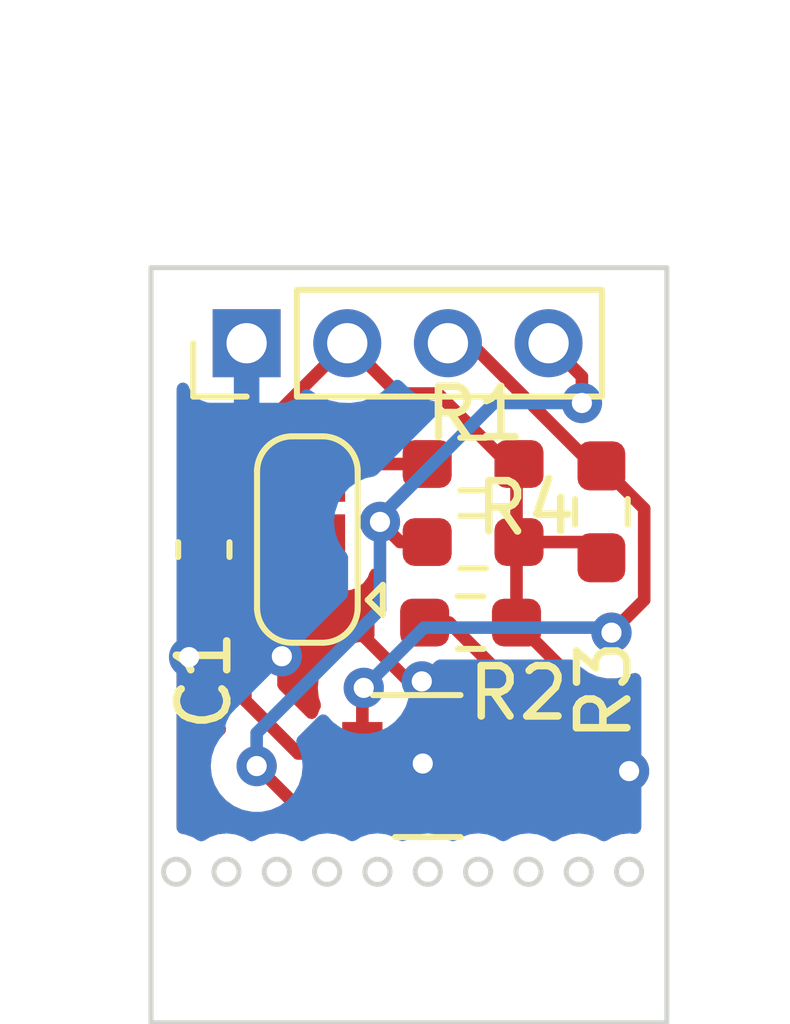
<source format=kicad_pcb>
(kicad_pcb (version 20211014) (generator pcbnew)
  (layers (0 "F.Cu" signal) (31 "B.Cu" signal) (34 "B.Paste" user) (35 "F.Paste" user) (36 "B.SilkS" user "B.Silkscreen") (37 "F.SilkS" user "F.Silkscreen") (38 "B.Mask" user) (39 "F.Mask" user) (44 "Edge.Cuts" user))
  (net 0 "")
  (net 1 "/VDD")
  (net 2 "GND")
  (net 3 "/SCL")
  (net 4 "Net-(JP1-Pad3)")
  (net 5 "Net-(JP1-Pad2)")
  (net 6 "Net-(R2-Pad2)")
  (net 7 "/SDA")
  (footprint "Resistor_SMD:R_0603_1608Metric_Pad0.98x0.95mm_HandSolder" (layer "F.Cu") (at 117.4 82.45 180)
    (fp_text reference "R4" (at -1.05 0.675) (layer "F.SilkS"))
    (fp_text value "10kR")
    (fp_line (start -0.254724 -0.5225) (end 0.254724 -0.5225) (layer "F.SilkS") (width 0.12))
    (fp_line (start -0.254724 0.5225) (end 0.254724 0.5225) (layer "F.SilkS") (width 0.12))
    (pad "1" smd roundrect locked (at -0.9125 0 180) (size 0.975 0.95) (layers "F.Cu" "F.Paste" "F.Mask") (net 1 "/VDD"))
    (pad "2" smd roundrect locked (at 0.9125 0 180) (size 0.975 0.95) (layers "F.Cu" "F.Paste" "F.Mask") (net 3 "/SCL"))
  )
  (footprint "Capacitor_SMD:C_0603_1608Metric_Pad1.08x0.95mm_HandSolder" (layer "F.Cu") (at 112.05 82.6 -90)
    (fp_text reference "C1" (at 2.6 0 90) (layer "F.SilkS"))
    (fp_text value "C")
    (fp_line (start -0.146267 0.51) (end 0.146267 0.51) (layer "F.SilkS") (width 0.12))
    (fp_line (start -0.146267 -0.51) (end 0.146267 -0.51) (layer "F.SilkS") (width 0.12))
    (pad "1" smd roundrect locked (at -0.8625 0 270) (size 1.075 0.95) (layers "F.Cu" "F.Paste" "F.Mask") (net 1 "/VDD"))
    (pad "2" smd roundrect locked (at 0.8625 0 270) (size 1.075 0.95) (layers "F.Cu" "F.Paste" "F.Mask") (net 2 "GND"))
  )
  (footprint "Connector_PinHeader_2.00mm:PinHeader_1x04_P2.00mm_Vertical" (layer "F.Cu") (at 112.9 78.5 90)
    (fp_text reference "J1" hide)
    (fp_text value "Conn_01x04_Male")
    (fp_line (start -1.06 7.06) (end 1.06 7.06) (layer "F.SilkS") (width 0.12))
    (fp_line (start -1.06 1) (end 1.06 1) (layer "F.SilkS") (width 0.12))
    (fp_line (start -1.06 -1.06) (end 0 -1.06) (layer "F.SilkS") (width 0.12))
    (fp_line (start -1.06 0) (end -1.06 -1.06) (layer "F.SilkS") (width 0.12))
    (fp_line (start -1.06 1) (end -1.06 7.06) (layer "F.SilkS") (width 0.12))
    (fp_line (start 1.06 1) (end 1.06 7.06) (layer "F.SilkS") (width 0.12))
    (pad "1" thru_hole rect locked (at 0 0 90) (size 1.35 1.35) (drill 0.8) (layers *.Cu *.Mask) (net 2 "GND"))
    (pad "2" thru_hole oval locked (at 0 2 90) (size 1.35 1.35) (drill 0.8) (layers *.Cu *.Mask) (net 1 "/VDD"))
    (pad "3" thru_hole oval locked (at 0 4 90) (size 1.35 1.35) (drill 0.8) (layers *.Cu *.Mask) (net 7 "/SDA"))
    (pad "4" thru_hole oval locked (at 0 6 90) (size 1.35 1.35) (drill 0.8) (layers *.Cu *.Mask) (net 3 "/SCL"))
  )
  (footprint "foodprints:Sensirion_DFN-8-1EP_2.5x2.5mm_P0.5mm_EP1.1x1.7mm_wider_pads" (layer "F.Cu") (at 116.5 86.9)
    (fp_text reference "U1" hide)
    (fp_text value "SHT31-DIS")
    (fp_line (start -0.65 1.41) (end 0.65 1.41) (layer "F.SilkS") (width 0.12))
    (fp_line (start -1.09 -1.41) (end 0.65 -1.41) (layer "F.SilkS") (width 0.12))
    (pad "1" smd rect locked (at -1.3 -0.75) (size 0.8 0.25) (layers "F.Cu" "F.Paste" "F.Mask") (net 7 "/SDA"))
    (pad "2" smd rect locked (at -1.3 -0.25) (size 0.8 0.25) (layers "F.Cu" "F.Paste" "F.Mask") (net 5 "Net-(JP1-Pad2)"))
    (pad "3" smd rect locked (at -1.3 0.25) (size 0.8 0.25) (layers "F.Cu" "F.Paste" "F.Mask"))
    (pad "4" smd rect locked (at -1.3 0.75) (size 0.8 0.25) (layers "F.Cu" "F.Paste" "F.Mask") (net 3 "/SCL"))
    (pad "5" smd rect locked (at 1.3 0.75) (size 0.8 0.25) (layers "F.Cu" "F.Paste" "F.Mask") (net 1 "/VDD"))
    (pad "6" smd rect locked (at 1.3 0.25) (size 0.8 0.25) (layers "F.Cu" "F.Paste" "F.Mask") (net 6 "Net-(R2-Pad2)"))
    (pad "7" smd rect locked (at 1.3 -0.25) (size 0.8 0.25) (layers "F.Cu" "F.Paste" "F.Mask") (net 2 "GND"))
    (pad "8" smd rect locked (at 1.3 -0.75) (size 0.8 0.25) (layers "F.Cu" "F.Paste" "F.Mask") (net 2 "GND"))
    (pad "9" smd custom locked (at 0 0) (size 1 1) (layers "F.Cu" "F.Mask") (net 2 "GND") (options (clearance outline) (anchor circle)) (primitives (gr_poly (pts (xy 0.5 0.85) (xy -0.5 0.85) (xy -0.5 -0.55) (xy -0.2 -0.85) (xy 0.5 -0.85)) (width 0) (fill yes))))
  )
  (footprint "Resistor_SMD:R_0603_1608Metric_Pad0.98x0.95mm_HandSolder" (layer "F.Cu") (at 119.95 81.85 90)
    (fp_text reference "R3" (at -3.55 0.05 90) (layer "F.SilkS"))
    (fp_text value "10kR")
    (fp_line (start -0.254724 0.5225) (end 0.254724 0.5225) (layer "F.SilkS") (width 0.12))
    (fp_line (start -0.254724 -0.5225) (end 0.254724 -0.5225) (layer "F.SilkS") (width 0.12))
    (pad "1" smd roundrect locked (at -0.9125 0 90) (size 0.975 0.95) (layers "F.Cu" "F.Paste" "F.Mask") (net 1 "/VDD"))
    (pad "2" smd roundrect locked (at 0.9125 0 90) (size 0.975 0.95) (layers "F.Cu" "F.Paste" "F.Mask") (net 7 "/SDA"))
  )
  (footprint "Resistor_SMD:R_0603_1608Metric_Pad0.98x0.95mm_HandSolder" (layer "F.Cu") (at 117.35 84.05 180)
    (fp_text reference "R2" (at -0.95 -1.4) (layer "F.SilkS"))
    (fp_text value "10kR")
    (fp_line (start -0.254724 0.5225) (end 0.254724 0.5225) (layer "F.SilkS") (width 0.12))
    (fp_line (start -0.254724 -0.5225) (end 0.254724 -0.5225) (layer "F.SilkS") (width 0.12))
    (pad "1" smd roundrect locked (at -0.9125 0 180) (size 0.975 0.95) (layers "F.Cu" "F.Paste" "F.Mask") (net 1 "/VDD"))
    (pad "2" smd roundrect locked (at 0.9125 0 180) (size 0.975 0.95) (layers "F.Cu" "F.Paste" "F.Mask") (net 6 "Net-(R2-Pad2)"))
  )
  (footprint "Jumper:SolderJumper-3_P1.3mm_Open_RoundedPad1.0x1.5mm" (layer "F.Cu") (at 114.1075 82.4 90)
    (fp_text reference "JP1" hide)
    (fp_text value "SolderJumper_3_Open")
    (fp_line (start -1.4 -1) (end 1.4 -1) (layer "F.SilkS") (width 0.12))
    (fp_line (start 2.05 -0.3) (end 2.05 0.3) (layer "F.SilkS") (width 0.12))
    (fp_line (start -1.2 1.2) (end -1.5 1.5) (layer "F.SilkS") (width 0.12))
    (fp_line (start -1.2 1.2) (end -0.9 1.5) (layer "F.SilkS") (width 0.12))
    (fp_line (start -1.5 1.5) (end -0.9 1.5) (layer "F.SilkS") (width 0.12))
    (fp_line (start 1.4 1) (end -1.4 1) (layer "F.SilkS") (width 0.12))
    (fp_line (start -2.05 0.3) (end -2.05 -0.3) (layer "F.SilkS") (width 0.12))
    (fp_arc (start 1.35 -1) (mid 1.844975 -0.794975) (end 2.05 -0.3) (layer "F.SilkS") (width 0.12))
    (fp_arc (start 2.05 0.3) (mid 1.844975 0.794975) (end 1.35 1) (layer "F.SilkS") (width 0.12))
    (fp_arc (start -2.05 -0.3) (mid -1.844975 -0.794975) (end -1.35 -1) (layer "F.SilkS") (width 0.12))
    (fp_arc (start -1.35 1) (mid -1.844975 0.794975) (end -2.05 0.3) (layer "F.SilkS") (width 0.12))
    (pad "1" smd custom locked (at -1.3 0 90) (size 1 0.5) (layers "F.Cu" "F.Mask") (net 2 "GND") (options (clearance outline) (anchor rect)) (primitives (gr_circle (center 0 0.25) (end 0.5 0.25) (width 0) (fill yes)) (gr_circle (center 0 -0.25) (end 0.5 -0.25) (width 0) (fill yes)) (gr_poly (pts (xy 0.55 0.75) (xy 0 0.75) (xy 0 -0.75) (xy 0.55 -0.75)) (width 0) (fill yes))))
    (pad "2" smd rect locked (at 0 0 90) (size 1 1.5) (layers "F.Cu" "F.Mask") (net 5 "Net-(JP1-Pad2)"))
    (pad "3" smd custom locked (at 1.3 0 90) (size 1 0.5) (layers "F.Cu" "F.Mask") (net 4 "Net-(JP1-Pad3)") (options (clearance outline) (anchor rect)) (primitives (gr_circle (center 0 0.25) (end 0.5 0.25) (width 0) (fill yes)) (gr_circle (center 0 -0.25) (end 0.5 -0.25) (width 0) (fill yes)) (gr_poly (pts (xy 0 0.75) (xy -0.55 0.75) (xy -0.55 -0.75) (xy 0 -0.75)) (width 0) (fill yes))))
  )
  (footprint "Resistor_SMD:R_0603_1608Metric_Pad0.98x0.95mm_HandSolder" (layer "F.Cu") (at 117.4 80.9)
    (fp_text reference "R1" (at 0.05 -1) (layer "F.SilkS"))
    (fp_text value "10kR")
    (fp_line (start -0.254724 -0.5225) (end 0.254724 -0.5225) (layer "F.SilkS") (width 0.12))
    (fp_line (start -0.254724 0.5225) (end 0.254724 0.5225) (layer "F.SilkS") (width 0.12))
    (pad "1" smd roundrect locked (at -0.9125 0) (size 0.975 0.95) (layers "F.Cu" "F.Paste" "F.Mask") (net 4 "Net-(JP1-Pad3)"))
    (pad "2" smd roundrect locked (at 0.9125 0) (size 0.975 0.95) (layers "F.Cu" "F.Paste" "F.Mask") (net 1 "/VDD"))
  )
  (gr_circle (center 111.5 89) (end 111.75 89) (layer "Edge.Cuts") (width 0.1) (fill none))
  (gr_line (start 121.25 77) (end 121.25 84) (layer "Edge.Cuts") (width 0.1))
  (gr_circle (center 116.5 89) (end 116.75 89) (layer "Edge.Cuts") (width 0.1) (fill none))
  (gr_line (start 121.25 92) (end 111 92) (layer "Edge.Cuts") (width 0.1))
  (gr_circle (center 118.5 89) (end 118.75 89) (layer "Edge.Cuts") (width 0.1) (fill none))
  (gr_circle (center 112.5 89) (end 112.75 89) (layer "Edge.Cuts") (width 0.1) (fill none))
  (gr_circle (center 119.5 89) (end 119.75 89) (layer "Edge.Cuts") (width 0.1) (fill none))
  (gr_line (start 111 77) (end 111 92) (layer "Edge.Cuts") (width 0.1))
  (gr_circle (center 117.5 89) (end 117.75 89) (layer "Edge.Cuts") (width 0.1) (fill none))
  (gr_circle (center 115.5 89) (end 115.75 89) (layer "Edge.Cuts") (width 0.1) (fill none))
  (gr_line (start 111 77) (end 121.25 77) (layer "Edge.Cuts") (width 0.1))
  (gr_line (start 121.25 84) (end 121.25 92) (layer "Edge.Cuts") (width 0.1))
  (gr_circle (center 114.5 89) (end 114.75 89) (layer "Edge.Cuts") (width 0.1) (fill none))
  (gr_circle (center 120.5 89) (end 120.75 89) (layer "Edge.Cuts") (width 0.1) (fill none))
  (gr_circle (center 113.5 89) (end 113.75 89) (layer "Edge.Cuts") (width 0.1) (fill none))
  (segment (start 118.2625 84.05) (end 119.24951 85.03701) (width 0.25) (layer "F.Cu") (net 1))
  (segment (start 118.1 80.9) (end 118.3125 80.9) (width 0.25) (layer "F.Cu") (net 1))
  (segment (start 112.05 81.35) (end 112.05 81.7375) (width 0.25) (layer "F.Cu") (net 1))
  (segment (start 115.899511 79.499511) (end 116.699511 79.499511) (width 0.25) (layer "F.Cu") (net 1))
  (segment (start 119.24951 86.860216) (end 118.459726 87.65) (width 0.25) (layer "F.Cu") (net 1))
  (segment (start 118.459726 87.65) (end 117.8 87.65) (width 0.25) (layer "F.Cu") (net 1))
  (segment (start 116.699511 79.499511) (end 118.1 80.9) (width 0.25) (layer "F.Cu") (net 1))
  (segment (start 119.6375 82.45) (end 119.95 82.7625) (width 0.25) (layer "F.Cu") (net 1))
  (segment (start 114.9 78.5) (end 115.899511 79.499511) (width 0.25) (layer "F.Cu") (net 1))
  (segment (start 118.2625 80.95) (end 118.2625 84.05) (width 0.25) (layer "F.Cu") (net 1))
  (segment (start 118.3125 82.45) (end 119.6375 82.45) (width 0.25) (layer "F.Cu") (net 1))
  (segment (start 114.9 78.5) (end 112.05 81.35) (width 0.25) (layer "F.Cu") (net 1))
  (segment (start 119.24951 85.03701) (end 119.24951 86.860216) (width 0.25) (layer "F.Cu") (net 1))
  (segment (start 118.3125 80.9) (end 118.2625 80.95) (width 0.25) (layer "F.Cu") (net 1))
  (segment (start 116.381049 85.218147) (end 116.381049 86.781049) (width 0.25) (layer "F.Cu") (net 2))
  (segment (start 114.1075 83.7) (end 113.599999 84.207501) (width 0.25) (layer "F.Cu") (net 2))
  (segment (start 111.7576 83.7549) (end 111.7576 84.735724) (width 0.25) (layer "F.Cu") (net 2))
  (segment (start 114.1075 83.7) (end 114.605126 83.7) (width 0.25) (layer "F.Cu") (net 2))
  (segment (start 116.381049 85.218147) (end 116.868147 85.218147) (width 0.25) (layer "F.Cu") (net 2))
  (segment (start 116.868147 85.218147) (end 117.8 86.15) (width 0.25) (layer "F.Cu") (net 2))
  (segment (start 117.8 86.15) (end 117.8 86.65) (width 0.25) (layer "F.Cu") (net 2))
  (segment (start 116.381049 86.781049) (end 116.5 86.9) (width 0.25) (layer "F.Cu") (net 2))
  (segment (start 113.599999 84.207501) (end 113.599999 84.718801) (width 0.25) (layer "F.Cu") (net 2))
  (segment (start 116.123273 85.218147) (end 116.381049 85.218147) (width 0.25) (layer "F.Cu") (net 2))
  (segment (start 114.605126 83.7) (end 116.123273 85.218147) (width 0.25) (layer "F.Cu") (net 2))
  (segment (start 112.05 83.4625) (end 111.7576 83.7549) (width 0.25) (layer "F.Cu") (net 2))
  (via (at 113.599999 84.718801) (size 0.8) (drill 0.4) (layers "F.Cu" "B.Cu") (net 2))
  (via (at 116.4 86.85) (size 0.8) (drill 0.4) (layers "F.Cu" "B.Cu") (net 2))
  (via (at 111.7576 84.735724) (size 0.8) (drill 0.4) (layers "F.Cu" "B.Cu") (net 2))
  (via (at 116.381049 85.218147) (size 0.8) (drill 0.4) (layers "F.Cu" "B.Cu") (net 2))
  (via (at 120.5 87) (size 0.8) (drill 0.4) (layers "F.Cu" "B.Cu") (net 2))
  (segment (start 116.45 86.9) (end 116.5 86.9) (width 0.25) (layer "B.Cu") (net 2))
  (segment (start 111.7576 84.735724) (end 113.583076 84.735724) (width 0.25) (layer "B.Cu") (net 2))
  (segment (start 113.583076 84.735724) (end 113.599999 84.718801) (width 0.25) (layer "B.Cu") (net 2))
  (segment (start 116.381049 86.831049) (end 116.45 86.9) (width 0.25) (layer "B.Cu") (net 2))
  (segment (start 116.4875 82.45) (end 115.95 82.45) (width 0.25) (layer "F.Cu") (net 3))
  (segment (start 119.562299 79.162299) (end 119.562299 79.687701) (width 0.25) (layer "F.Cu") (net 3))
  (segment (start 115.95 82.45) (end 115.55 82.05) (width 0.25) (layer "F.Cu") (net 3))
  (segment (start 113.1 86.9) (end 113.85 87.65) (width 0.25) (layer "F.Cu") (net 3))
  (segment (start 118.9 78.5) (end 119.562299 79.162299) (width 0.25) (layer "F.Cu") (net 3))
  (segment (start 113.85 87.65) (end 115.2 87.65) (width 0.25) (layer "F.Cu") (net 3))
  (via (at 113.1 86.9) (size 0.8) (drill 0.4) (layers "F.Cu" "B.Cu") (net 3))
  (via (at 119.562299 79.687701) (size 0.8) (drill 0.4) (layers "F.Cu" "B.Cu") (net 3))
  (via (at 115.55 82.05) (size 0.8) (drill 0.4) (layers "F.Cu" "B.Cu") (net 3))
  (segment (start 115.55 81.95) (end 117.812299 79.687701) (width 0.25) (layer "B.Cu") (net 3))
  (segment (start 115.55 83.7934) (end 115.55 82.05) (width 0.25) (layer "B.Cu") (net 3))
  (segment (start 113.1 86.2434) (end 115.55 83.7934) (width 0.25) (layer "B.Cu") (net 3))
  (segment (start 117.812299 79.687701) (end 119.562299 79.687701) (width 0.25) (layer "B.Cu") (net 3))
  (segment (start 115.55 82.05) (end 115.55 81.95) (width 0.25) (layer "B.Cu") (net 3))
  (segment (start 113.1 86.9) (end 113.1 86.2434) (width 0.25) (layer "B.Cu") (net 3))
  (segment (start 114.3075 80.9) (end 114.1075 81.1) (width 0.25) (layer "F.Cu") (net 4))
  (segment (start 116.4875 80.9) (end 114.3075 80.9) (width 0.25) (layer "F.Cu") (net 4))
  (segment (start 114.1075 82.4) (end 113.1075 82.4) (width 0.25) (layer "F.Cu") (net 5))
  (segment (start 112.875499 85.600899) (end 113.9246 86.65) (width 0.25) (layer "F.Cu") (net 5))
  (segment (start 112.875499 82.632001) (end 112.875499 85.600899) (width 0.25) (layer "F.Cu") (net 5))
  (segment (start 113.1075 82.4) (end 112.875499 82.632001) (width 0.25) (layer "F.Cu") (net 5))
  (segment (start 113.9246 86.65) (end 115.2 86.65) (width 0.25) (layer "F.Cu") (net 5))
  (segment (start 118.8 86.674022) (end 118.8 85.925) (width 0.25) (layer "F.Cu") (net 6))
  (segment (start 118.8 85.925) (end 116.925 84.05) (width 0.25) (layer "F.Cu") (net 6))
  (segment (start 118.324022 87.15) (end 118.8 86.674022) (width 0.25) (layer "F.Cu") (net 6))
  (segment (start 116.925 84.05) (end 116.4375 84.05) (width 0.25) (layer "F.Cu") (net 6))
  (segment (start 117.8 87.15) (end 118.324022 87.15) (width 0.25) (layer "F.Cu") (net 6))
  (segment (start 119.95 80.9375) (end 120.79998 81.78748) (width 0.25) (layer "F.Cu") (net 7))
  (segment (start 119.7875 80.9375) (end 119.95 80.9375) (width 0.25) (layer "F.Cu") (net 7))
  (segment (start 116.9 78.5) (end 117.35 78.5) (width 0.25) (layer "F.Cu") (net 7))
  (segment (start 115.2 86.15) (end 115.2 85.374598) (width 0.25) (layer "F.Cu") (net 7))
  (segment (start 120.79998 83.60002) (end 120.15 84.25) (width 0.25) (layer "F.Cu") (net 7))
  (segment (start 120.79998 81.78748) (end 120.79998 83.60002) (width 0.25) (layer "F.Cu") (net 7))
  (segment (start 115.2 85.374598) (end 115.227563 85.347035) (width 0.25) (layer "F.Cu") (net 7))
  (segment (start 115.152965 85.347035) (end 115.227563 85.347035) (width 0.25) (layer "F.Cu") (net 7))
  (segment (start 117.35 78.5) (end 119.7875 80.9375) (width 0.25) (layer "F.Cu") (net 7))
  (via (at 120.15 84.25) (size 0.8) (drill 0.4) (layers "F.Cu" "B.Cu") (net 7))
  (via (at 115.227563 85.347035) (size 0.8) (drill 0.4) (layers "F.Cu" "B.Cu") (net 7))
  (segment (start 115.227563 85.347035) (end 116.424598 84.15) (width 0.25) (layer "B.Cu") (net 7))
  (segment (start 120.05 84.15) (end 120.15 84.25) (width 0.25) (layer "B.Cu") (net 7))
  (segment (start 116.424598 84.15) (end 120.05 84.15) (width 0.25) (layer "B.Cu") (net 7))
  (zone (net 2) (net_name "GND") (layer "F.Cu") (connect_pads (clearance 0.508)) (min_thickness 0.254) (fill yes (thermal_gap 0.508) (thermal_bridge_width 0.508))
    (polygon (pts (xy 121.25 88.5) (xy 109 88.5) (xy 108 74) (xy 121.25 77)))
  )
  (zone (net 2) (net_name "GND") (layer "B.Cu") (connect_pads (clearance 0.508)) (min_thickness 0.254) (fill yes (thermal_gap 0.508) (thermal_bridge_width 0.508))
    (polygon (pts (xy 121.25 88.5) (xy 109 88.5) (xy 108.65 72.25) (xy 121.25 77)))
  )
)
</source>
